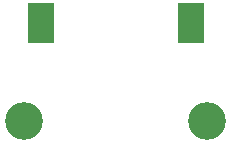
<source format=gbr>
%TF.GenerationSoftware,KiCad,Pcbnew,(6.0.9)*%
%TF.CreationDate,2022-11-26T14:04:05+01:00*%
%TF.ProjectId,SEN_PCB,53454e5f-5043-4422-9e6b-696361645f70,rev?*%
%TF.SameCoordinates,Original*%
%TF.FileFunction,Soldermask,Bot*%
%TF.FilePolarity,Negative*%
%FSLAX46Y46*%
G04 Gerber Fmt 4.6, Leading zero omitted, Abs format (unit mm)*
G04 Created by KiCad (PCBNEW (6.0.9)) date 2022-11-26 14:04:05*
%MOMM*%
%LPD*%
G01*
G04 APERTURE LIST*
%ADD10R,2.250000X3.375000*%
%ADD11C,3.200000*%
G04 APERTURE END LIST*
D10*
%TO.C,J1*%
X69880000Y-60020000D03*
X82620000Y-60020000D03*
%TD*%
D11*
%TO.C,H2*%
X68500000Y-68249800D03*
%TD*%
%TO.C,H1*%
X84000000Y-68249800D03*
%TD*%
M02*

</source>
